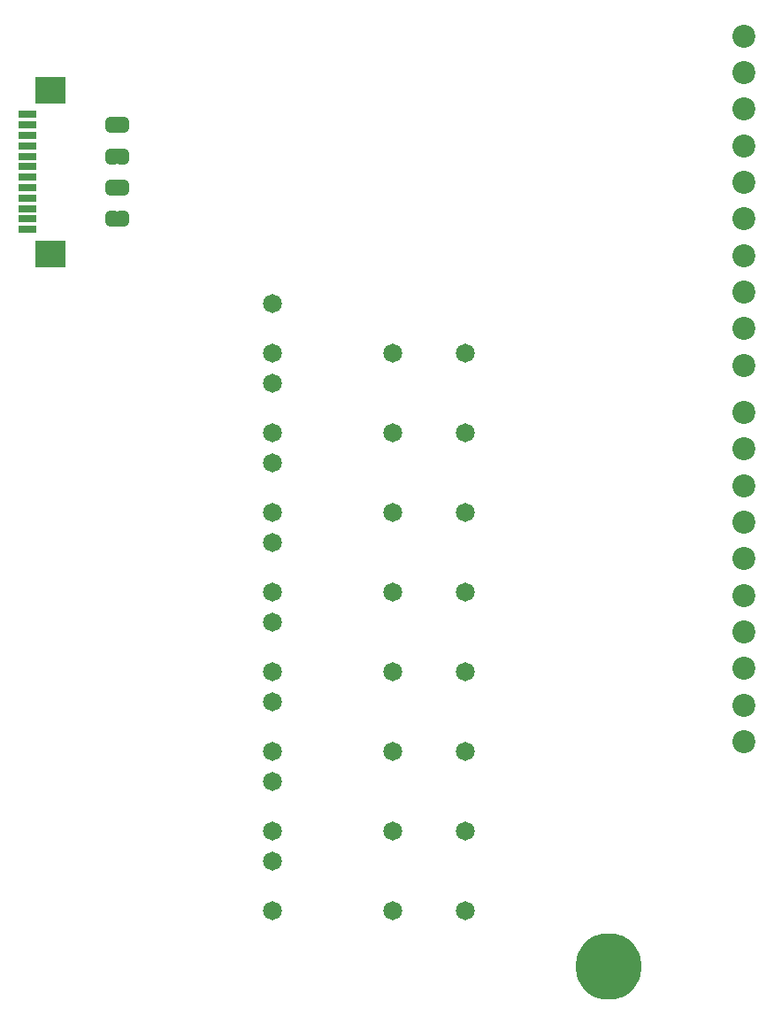
<source format=gbr>
%TF.GenerationSoftware,KiCad,Pcbnew,9.0.2*%
%TF.CreationDate,2025-05-29T14:29:54+03:00*%
%TF.ProjectId,PM-CNV_RQ8,504d2d43-4e56-45f5-9251-382e6b696361,rev?*%
%TF.SameCoordinates,Original*%
%TF.FileFunction,Soldermask,Bot*%
%TF.FilePolarity,Negative*%
%FSLAX46Y46*%
G04 Gerber Fmt 4.6, Leading zero omitted, Abs format (unit mm)*
G04 Created by KiCad (PCBNEW 9.0.2) date 2025-05-29 14:29:54*
%MOMM*%
%LPD*%
G01*
G04 APERTURE LIST*
G04 Aperture macros list*
%AMFreePoly0*
4,1,23,0.500000,-0.750000,0.000000,-0.750000,0.000000,-0.745722,-0.065263,-0.745722,-0.191342,-0.711940,-0.304381,-0.646677,-0.396677,-0.554381,-0.461940,-0.441342,-0.495722,-0.315263,-0.495722,-0.250000,-0.500000,-0.250000,-0.500000,0.250000,-0.495722,0.250000,-0.495722,0.315263,-0.461940,0.441342,-0.396677,0.554381,-0.304381,0.646677,-0.191342,0.711940,-0.065263,0.745722,0.000000,0.745722,
0.000000,0.750000,0.500000,0.750000,0.500000,-0.750000,0.500000,-0.750000,$1*%
%AMFreePoly1*
4,1,23,0.000000,0.745722,0.065263,0.745722,0.191342,0.711940,0.304381,0.646677,0.396677,0.554381,0.461940,0.441342,0.495722,0.315263,0.495722,0.250000,0.500000,0.250000,0.500000,-0.250000,0.495722,-0.250000,0.495722,-0.315263,0.461940,-0.441342,0.396677,-0.554381,0.304381,-0.646677,0.191342,-0.711940,0.065263,-0.745722,0.000000,-0.745722,0.000000,-0.750000,-0.500000,-0.750000,
-0.500000,0.750000,0.000000,0.750000,0.000000,0.745722,0.000000,0.745722,$1*%
G04 Aperture macros list end*
%ADD10C,1.812000*%
%ADD11C,2.200000*%
%ADD12O,6.350000X6.350000*%
%ADD13FreePoly0,0.000000*%
%ADD14FreePoly1,0.000000*%
%ADD15R,1.803400X0.635000*%
%ADD16R,2.997200X2.590800*%
G04 APERTURE END LIST*
%TO.C,JP3*%
G36*
X-25150000Y27750000D02*
G01*
X-24850000Y27750000D01*
X-24850000Y29250000D01*
X-25150000Y29250000D01*
X-25150000Y27750000D01*
G37*
%TO.C,JP4*%
G36*
X-25150000Y24750000D02*
G01*
X-24850000Y24750000D01*
X-24850000Y26250000D01*
X-25150000Y26250000D01*
X-25150000Y24750000D01*
G37*
%TO.C,JP2*%
G36*
X-25150000Y30750000D02*
G01*
X-24850000Y30750000D01*
X-24850000Y32250000D01*
X-25150000Y32250000D01*
X-25150000Y30750000D01*
G37*
%TO.C,JP1*%
G36*
X-25150000Y33750000D02*
G01*
X-24850000Y33750000D01*
X-24850000Y35250000D01*
X-25150000Y35250000D01*
X-25150000Y33750000D01*
G37*
%TD*%
D10*
%TO.C,K4*%
X-10160000Y-10160000D03*
X1340000Y-10160000D03*
X8340000Y-10160000D03*
X-10160000Y-5460000D03*
%TD*%
%TO.C,K5*%
X-10160000Y-17780000D03*
X1340000Y-17780000D03*
X8340000Y-17780000D03*
X-10160000Y-13080000D03*
%TD*%
%TO.C,K6*%
X-10160000Y-25400000D03*
X1340000Y-25400000D03*
X8340000Y-25400000D03*
X-10160000Y-20700000D03*
%TD*%
%TO.C,K8*%
X-10160000Y-40640000D03*
X1340000Y-40640000D03*
X8340000Y-40640000D03*
X-10160000Y-35940000D03*
%TD*%
%TO.C,K1*%
X-10160000Y12700000D03*
X1340000Y12700000D03*
X8340000Y12700000D03*
X-10160000Y17400000D03*
%TD*%
D11*
%TO.C,J8*%
X35000000Y-24500000D03*
X35000000Y-21000000D03*
X35000000Y-17500000D03*
X35000000Y-14000000D03*
X35000000Y-10500000D03*
X35000000Y-7000000D03*
X35000000Y-3500000D03*
X35000000Y0D03*
X35000000Y3500000D03*
X35000000Y7000000D03*
%TD*%
D10*
%TO.C,K7*%
X-10160000Y-33020000D03*
X1340000Y-33020000D03*
X8340000Y-33020000D03*
X-10160000Y-28320000D03*
%TD*%
D12*
%TO.C,PE1*%
X22000000Y-46000000D03*
%TD*%
D10*
%TO.C,K3*%
X-10160000Y-2540000D03*
X1340000Y-2540000D03*
X8340000Y-2540000D03*
X-10160000Y2160000D03*
%TD*%
%TO.C,K2*%
X-10160000Y5080000D03*
X1340000Y5080000D03*
X8340000Y5080000D03*
X-10160000Y9780000D03*
%TD*%
D11*
%TO.C,J7*%
X35000000Y11500000D03*
X35000000Y15000000D03*
X35000000Y18500000D03*
X35000000Y22000000D03*
X35000000Y25500000D03*
X35000000Y29000000D03*
X35000000Y32500000D03*
X35000000Y36000000D03*
X35000000Y39500000D03*
X35000000Y43000000D03*
%TD*%
D13*
%TO.C,JP3*%
X-25650000Y28500000D03*
D14*
X-24350000Y28500000D03*
%TD*%
D15*
%TO.C,J2*%
X-33556000Y35499992D03*
X-33556000Y34499994D03*
X-33556000Y33499996D03*
X-33556000Y32499998D03*
X-33556000Y31500000D03*
X-33556000Y30500000D03*
X-33556000Y29500000D03*
X-33556000Y28500000D03*
X-33556000Y27500002D03*
X-33556000Y26500004D03*
X-33556000Y25500006D03*
X-33556000Y24500008D03*
D16*
X-31385999Y37850003D03*
X-31385999Y22149997D03*
%TD*%
D13*
%TO.C,JP4*%
X-25650000Y25500000D03*
D14*
X-24350000Y25500000D03*
%TD*%
D13*
%TO.C,JP2*%
X-25650000Y31500000D03*
D14*
X-24350000Y31500000D03*
%TD*%
D13*
%TO.C,JP1*%
X-25650000Y34500000D03*
D14*
X-24350000Y34500000D03*
%TD*%
M02*

</source>
